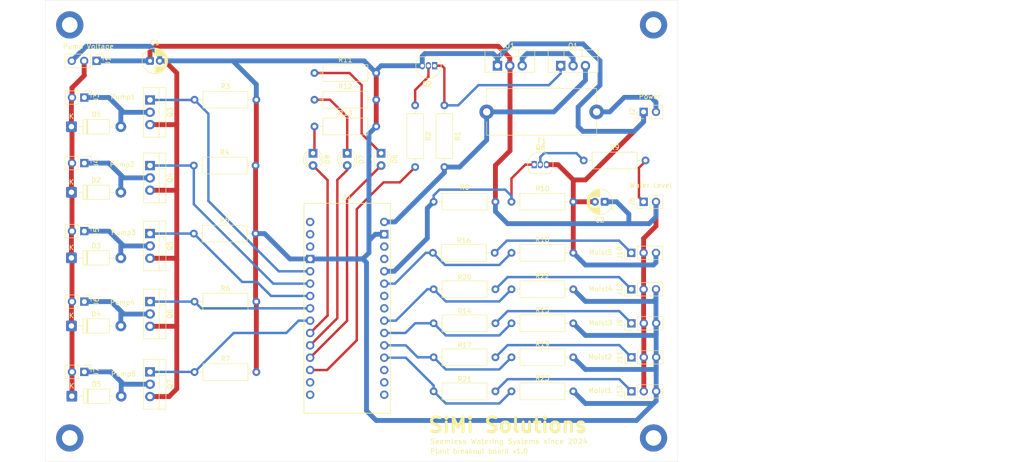
<source format=kicad_pcb>
(kicad_pcb (version 20241229) (generator "pcbnew") (generator_version "9.0")
  (layers (0 "F.Cu" signal) (2 "B.Cu" signal) (13 "F.Paste" user) (15 "B.Paste" user) (5 "F.SilkS" user "F.Silkscreen") (7 "B.SilkS" user "B.Silkscreen") (1 "F.Mask" user) (3 "B.Mask" user) (25 "Edge.Cuts" user))
  (net 0 "")
  (net 1 "Net-(J10-Pin_1)")
  (net 3 "VIN")
  (net 5 "Net-(D8-A)")
  (net 6 "Net-(D7-A)")
  (net 10 "Net-(J11-Pin_1)")
  (net 11 "5V_ENABLE")
  (net 12 "Net-(D6-A)")
  (net 16 "Net-(Q6-G)")
  (net 18 "Net-(J12-Pin_1)")
  (net 20 "Net-(Q4-G)")
  (net 21 "Net-(Q5-G)")
  (net 22 "Net-(Q7-G)")
  (net 25 "+5V")
  (net 26 "GND")
  (net 27 "Net-(D1-A)")
  (net 28 "VIN_BATT")
  (net 29 "Net-(J13-Pin_1)")
  (net 30 "+Motor DC")
  (net 31 "Net-(D2-A)")
  (net 32 "Net-(D3-A)")
  (net 33 "Net-(D4-A)")
  (net 34 "Net-(D5-A)")
  (net 35 "Net-(D6-K)")
  (net 36 "Net-(D7-K)")
  (net 37 "Net-(D8-K)")
  (net 38 "Net-(Q2-B)")
  (net 39 "Net-(Q8-C)")
  (net 40 "Net-(J9-Pin_1)")
  (net 41 "Net-(Q3-G)")
  (net 42 "Net-(J8-Pin_1)")
  (net 43 "Net-(Q1-G)")
  (net 44 "Net-(Q1-D)")
  (net 45 "Net-(Q8-B)")
  (net 46 "Net-(A1-PadA6)")
  (net 47 "Net-(A1-PadA0)")
  (net 48 "Net-(A1-PadA3)")
  (net 49 "Net-(A1-PadA2)")
  (net 50 "Net-(A1-PadA1)")
  (footprint "Package_TO_SOT_THT:TO-220-3_Vertical" (layer "F.Cu") (at 82 93.04 -90)
    (property "Reference" "Q6")
    (property "Value" "IRLB8721PBF")
  )
  (footprint "Resistor_THT:R_Axial_DIN0309_L9.0mm_D3.2mm_P12.70mm_Horizontal" (layer "F.Cu") (at 152.85 83 180)
    (property "Reference" "R16")
    (property "Value" "220k")
  )
  (footprint "Diode_THT:D_DO-41_SOD81_P10.16mm_Horizontal" (layer "F.Cu") (at 65.84 70.54)
    (property "Reference" "D2")
    (property "Value" "1N4001")
  )
  (footprint "Resistor_THT:R_Axial_DIN0309_L9.0mm_D3.2mm_P12.70mm_Horizontal" (layer "F.Cu") (at 156.3 104.5)
    (property "Reference" "R19")
    (property "Value" "330k")
  )
  (footprint "Package_TO_SOT_THT:TO-220-3_Vertical" (layer "F.Cu") (at 153.42 44.5)
    (property "Reference" "U1")
    (property "Value" "LD1085V50")
  )
  (footprint "Package_TO_SOT_THT:TO-92_Inline" (layer "F.Cu") (at 140.5 44.5 180)
    (property "Reference" "Q2")
    (property "Value" "BC547")
  )
  (footprint "Package_TO_SOT_THT:TO-220-3_Vertical" (layer "F.Cu") (at 82 51.54 -90)
    (property "Reference" "Q3")
    (property "Value" "IRLB8721PBF")
  )
  (footprint "Resistor_THT:R_Axial_DIN0309_L9.0mm_D3.2mm_P12.70mm_Horizontal" (layer "F.Cu") (at 153 104.5 180)
    (property "Reference" "R17")
    (property "Value" "220k")
  )
  (footprint "Resistor_THT:R_Axial_DIN0309_L9.0mm_D3.2mm_P12.70mm_Horizontal" (layer "F.Cu") (at 91.15 107.54)
    (property "Reference" "R7")
    (property "Value" "1k")
  )
  (footprint "Resistor_THT:R_Axial_DIN0309_L9.0mm_D3.2mm_P12.70mm_Horizontal" (layer "F.Cu") (at 136.5 52.65 -90)
    (property "Reference" "R2")
    (property "Value" "3.3k")
  )
  (footprint "Connector_PinHeader_2.54mm:PinHeader_1x03_P2.54mm_Vertical" (layer "F.Cu") (at 71 43.5 -90)
    (property "Reference" "J1")
    (property "Value" "Motor Voltage Select")
  )
  (footprint "Resistor_THT:R_Axial_DIN0309_L9.0mm_D3.2mm_P12.70mm_Horizontal" (layer "F.Cu") (at 156.3 72.5)
    (property "Reference" "R10")
    (property "Value" "330k")
  )
  (footprint "LED_THT:LED_D3.0mm" (layer "F.Cu") (at 115.5 62.5 -90)
    (property "Reference" "D8")
    (property "Value" "LED (Y)")
  )
  (footprint "Capacitor_THT:CP_Radial_D5.0mm_P2.00mm" (layer "F.Cu") (at 175.455113 72.5 180)
    (property "Reference" "C2")
    (property "Value" "10uF")
  )
  (footprint "Resistor_THT:R_Axial_DIN0309_L9.0mm_D3.2mm_P12.70mm_Horizontal" (layer "F.Cu") (at 156.3 111.5)
    (property "Reference" "R23")
    (property "Value" "330k")
  )
  (footprint "Resistor_THT:R_Axial_DIN0309_L9.0mm_D3.2mm_P12.70mm_Horizontal" (layer "F.Cu") (at 156.3 97.5)
    (property "Reference" "R15")
    (property "Value" "330k")
  )
  (footprint "Resistor_THT:R_Axial_DIN0309_L9.0mm_D3.2mm_P12.70mm_Horizontal" (layer "F.Cu") (at 156.3 90.5)
    (property "Reference" "R22")
    (property "Value" "330k")
  )
  (footprint "MountingHole:MountingHole_3.2mm_M3_DIN965_Pad" (layer "F.Cu") (at 185.5 36.1)
    (property "Reference" "hole2" (hide yes))
    (property "Value" "MountingHole_3.2mm_M3_DIN965_Pad")
  )
  (footprint "Diode_THT:D_DO-41_SOD81_P10.16mm_Horizontal" (layer "F.Cu") (at 65.84 84.04)
    (property "Reference" "D3")
    (property "Value" "1N4001")
  )
  (footprint "Resistor_THT:R_Axial_DIN0309_L9.0mm_D3.2mm_P12.70mm_Horizontal" (layer "F.Cu") (at 153 90.5 180)
    (property "Reference" "R20")
    (property "Value" "220k")
  )
  (footprint "Connector_PinHeader_2.54mm:PinHeader_1x03_P2.54mm_Vertical" (layer "F.Cu") (at 180.96 111.5 90)
    (property "Reference" "J13")
    (property "Value" "Moisture1")
  )
  (footprint "Package_TO_SOT_THT:TO-92_Inline" (layer "F.Cu") (at 160.96 64.86)
    (property "Reference" "Q8")
    (property "Value" "BC547")
  )
  (footprint "LED_THT:LED_D3.0mm" (layer "F.Cu") (at 129.5 62.5 -90)
    (property "Reference" "D6")
    (property "Value" "LED (R)")
  )
  (footprint "Resistor_THT:R_Axial_DIN0309_L9.0mm_D3.2mm_P12.70mm_Horizontal" (layer "F.Cu") (at 91.15 93.04)
    (property "Reference" "R6")
    (property "Value" "1k")
  )
  (footprint "MountingHole:MountingHole_3.2mm_M3_DIN965_Pad" (layer "F.Cu") (at 185.5 121.1)
    (property "Reference" "hole3" (hide yes))
    (property "Value" "MountingHole_3.2mm_M3_DIN965_Pad")
  )
  (footprint "Connector_PinHeader_2.54mm:PinHeader_1x02_P2.54mm_Vertical" (layer "F.Cu") (at 68.5 64.54 -90)
    (property "Reference" "J4")
    (property "Value" "Motor2")
  )
  (footprint "Resistor_THT:R_Axial_DIN0309_L9.0mm_D3.2mm_P12.70mm_Horizontal" (layer "F.Cu") (at 153 111.5 180)
    (property "Reference" "R21")
    (property "Value" "220k")
  )
  (footprint "Package_TO_SOT_THT:TO-220-3_Vertical" (layer "F.Cu") (at 82 65.04 -90)
    (property "Reference" "Q4")
    (property "Value" "IRLB8721PBF")
  )
  (footprint "Connector_PinHeader_2.54mm:PinHeader_1x03_P2.54mm_Vertical" (layer "F.Cu") (at 180.92 83 90)
    (property "Reference" "J10")
    (property "Value" "Moisture5")
  )
  (footprint "Resistor_THT:R_Axial_DIN0309_L9.0mm_D3.2mm_P12.70mm_Horizontal" (layer "F.Cu") (at 171.15 64)
    (property "Reference" "R9")
    (property "Value" "1k")
  )
  (footprint "Package_TO_SOT_THT:TO-220-3_Vertical" (layer "F.Cu") (at 82 79.04 -90)
    (property "Reference" "Q5")
    (property "Value" "IRLB8721PBF")
  )
  (footprint "Resistor_THT:R_Axial_DIN0309_L9.0mm_D3.2mm_P12.70mm_Horizontal" (layer "F.Cu") (at 115.8 51.5)
    (property "Reference" "R12")
    (property "Value" "1k")
  )
  (footprint "Connector_PinHeader_2.54mm:PinHeader_1x03_P2.54mm_Vertical" (layer "F.Cu") (at 180.96 97.5 90)
    (property "Reference" "J9")
    (property "Value" "Moisture3")
  )
  (footprint "Resistor_THT:R_Axial_DIN0309_L9.0mm_D3.2mm_P12.70mm_Horizontal" (layer "F.Cu") (at 156.3 83)
    (property "Reference" "R18")
    (property "Value" "330k")
  )
  (footprint "Connector_PinHeader_2.54mm:PinHeader_1x03_P2.54mm_Vertical" (layer "F.Cu") (at 180.96 104.5 90)
    (property "Reference" "J11")
    (property "Value" "Moisture2")
  )
  (footprint "MountingHole:MountingHole_3.2mm_M3_DIN965_Pad" (layer "F.Cu") (at 65.5 36.1)
    (property "Reference" "hole1" (hide yes))
    (property "Value" "MountingHole_3.2mm_M3_DIN965_Pad")
  )
  (footprint "Connector_PinHeader_2.54mm:PinHeader_1x02_P2.54mm_Vertical" (layer "F.Cu") (at 68.5 78.54 -90)
    (property "Reference" "J5")
    (property "Value" "Motor3")
  )
  (footprint "Resistor_THT:R_Axial_DIN0309_L9.0mm_D3.2mm_P12.70mm_Horizontal" (layer "F.Cu") (at 153 72.5 180)
    (property "Reference" "R8")
    (property "Value" "220k")
  )
  (footprint "Package_TO_SOT_THT:TO-220-3_Vertical" (layer "F.Cu") (at 82 107.5 -90)
    (property "Reference" "Q7")
    (property "Value" "IRLB8721PBF")
  )
  (footprint "Resistor_THT:R_Axial_DIN0309_L9.0mm_D3.2mm_P12.70mm_Horizontal" (layer "F.Cu") (at 115.8 57)
    (property "Reference" "R13")
    (property "Value" "1k")
  )
  (footprint "PCM_arduino-library:Arduino_Nano_Every_Socket" (layer "F.Cu") (at 122.53 116.01)
    (property "Reference" "A1")
    (property "Value" "Arduino_Nano_33_BLE_R2_Socket")
  )
  (footprint "Connector_PinHeader_2.54mm:PinHeader_1x02_P2.54mm_Vertical" (layer "F.Cu") (at 68.5 93.04 -90)
    (property "Reference" "J6")
    (property "Value" "Motor4")
  )
  (footprint "Resistor_THT:R_Axial_DIN0309_L9.0mm_D3.2mm_P12.70mm_Horizontal" (layer "F.Cu") (at 115.8 46)
    (property "Reference" "R11")
    (property "Value" "1k")
  )
  (footprint "Connector_PinHeader_2.54mm:PinHeader_1x02_P2.54mm_Vertical" (layer "F.Cu") (at 68.5 51.04 -90)
    (property "Reference" "J3")
    (property "Value" "Motor1")
  )
  (footprint "Diode_THT:D_DO-41_SOD81_P10.16mm_Horizontal" (layer "F.Cu") (at 65.84 98.04)
    (property "Reference" "D4")
    (property "Value" "1N4001")
  )
  (footprint "LED_THT:LED_D3.0mm" (layer "F.Cu") (at 122.53 62.5 -90)
    (property "Reference" "D7")
    (property "Value" "LED (G)")
  )
  (footprint "Fuse:Fuseholder_Cylinder-5x20mm_Stelvio-Kontek_PTF78_Horizontal_Open" (layer "F.Cu") (at 173.8 54 180)
    (property "Reference" "F1")
    (property "Value" "Fuse")
  )
  (footprint "Connector_PinHeader_2.54mm:PinHeader_1x02_P2.54mm_Vertical" (layer "F.Cu") (at 183.46 54 90)
    (property "Reference" "J2")
    (property "Value" "BatteryInput")
  )
  (footprint "Resistor_THT:R_Axial_DIN0309_L9.0mm_D3.2mm_P12.70mm_Horizontal" (layer "F.Cu") (at 153 97.5 180)
    (property "Reference" "R14")
    (property "Value" "220k")
  )
  (footprint "Resistor_THT:R_Axial_DIN0309_L9.0mm_D3.2mm_P12.70mm_Horizontal" (layer "F.Cu") (at 142.5 52.65 -90)
    (property "Reference" "R1")
    (property "Value" "10k")
  )
  (footprint "Diode_THT:D_DO-41_SOD81_P10.16mm_Horizontal" (layer "F.Cu") (at 65.92 112.5)
    (property "Reference" "D5")
    (property "Value" "1N4001")
  )
  (footprint "Diode_THT:D_DO-41_SOD81_P10.16mm_Horizontal" (layer "F.Cu") (at 65.84 57.04)
    (property "Reference" "D1")
    (property "Value" "1N4001")
  )
  (footprint "Connector_PinHeader_2.54mm:PinHeader_1x03_P2.54mm_Vertical" (layer "F.Cu") (at 180.92 90.5 90)
    (property "Reference" "J12")
    (property "Value" "Moisture4")
  )
  (footprint "Resistor_THT:R_Axial_DIN0309_L9.0mm_D3.2mm_P12.70mm_Horizontal" (layer "F.Cu") (at 91 79.04)
    (property "Reference" "R5")
    (property "Value" "1k")
  )
  (footprint "Connector_PinHeader_2.54mm:PinHeader_1x02_P2.54mm_Vertical" (layer "F.Cu") (at 68.5 107.5 -90)
    (property "Reference" "J7")
    (property "Value" "Motor5")
  )
  (footprint "Package_TO_SOT_THT:TO-220-3_Vertical" (layer "F.Cu") (at 166.42 44.5)
    (property "Reference" "Q1")
    (property "Value" "IRF9540N")
  )
  (footprint "Connector_PinHeader_2.54mm:PinHeader_1x02_P2.54mm_Vertical" (layer "F.Cu") (at 183.46 72.5 90)
    (property "Reference" "J8")
    (property "Value" "Level Sensor")
  )
  (footprint "Resistor_THT:R_Axial_DIN0309_L9.0mm_D3.2mm_P12.70mm_Horizontal" (layer "F.Cu") (at 91.15 51.5)
    (property "Reference" "R3")
    (property "Value" "1k")
  )
  (footprint "MountingHole:MountingHole_3.2mm_M3_DIN965_Pad" (layer "F.Cu") (at 65.5 121.1)
    (property "Reference" "hole4" (hide yes))
    (property "Value" "MountingHole_3.2mm_M3_DIN965_Pad")
  )
  (footprint "Capacitor_THT:CP_Radial_D5.0mm_P2.00mm" (layer "F.Cu") (at 82 43.5)
    (property "Reference" "C1")
    (property "Value" "10uF")
  )
  (footprint "Resistor_THT:R_Axial_DIN0309_L9.0mm_D3.2mm_P12.70mm_Horizontal" (layer "F.Cu") (at 91 65.04)
    (property "Reference" "R4")
    (property "Value" "1k")
  )
  (gr_rect (start 60.5 31) (end 190.5 126) (stroke (width 0.05)) (fill no) (layer "Edge.Cuts"))
  (gr_text "Moist3" (at 172.1 98 0) (layer "F.SilkS") (effects (font (size 1 1)) (justify left bottom)))
  (gr_text "Moist1" (at 172 111.9 0) (layer "F.SilkS") (effects (font (size 1 1)) (justify left bottom)))
  (gr_text "Moist4" (at 172.1 91 0) (layer "F.SilkS") (effects (font (size 1 1)) (justify left bottom)))
  (gr_text "Pump Voltage" (at 64 41.1 0) (layer "F.SilkS") (effects (font (size 1 1)) (justify left bottom)))
  (gr_text "Water Level" (at 180.5 69.7 0) (layer "F.SilkS") (effects (font (size 1 1)) (justify left bottom)))
  (gr_text "Moist2" (at 172 105 0) (layer "F.SilkS") (effects (font (size 1 1)) (justify left bottom)))
  (gr_text "Plant breakout board v1.0" (at 139.5 124.4 0) (layer "F.SilkS") (effects (font (size 1 1)) (justify left bottom)))
  (gr_text "Seemless Watering Systems since 2024" (at 139.5 122.4 0) (layer "F.SilkS") (effects (font (size 1 1.07)) (justify left bottom)))
  (gr_text "SiMi Solutions" (at 138.9 120.2 0) (layer "F.SilkS") (effects (font (size 3 3.02) (thickness 0.6) (bold yes)) (justify left bottom)))
  (gr_text "Moist5" (at 172.1 83.5 0) (layer "F.SilkS") (effects (font (size 1 1)) (justify left bottom)))
  (gr_text "Power" (at 182.4 51.4 0) (layer "F.SilkS") (effects (font (size 1 1)) (justify left bottom)))
  (gr_text "Pump2" (at 73.64 65.4 0) (layer "F.SilkS") (effects (font (size 1 1)) (justify left bottom)))
  (gr_text "Pump5" (at 73.9 108.5 0) (layer "F.SilkS") (effects (font (size 1 1)) (justify left bottom)))
  (gr_text "Pump3" (at 73.9 79.4 0) (layer "F.SilkS") (effects (font (size 1 1)) (justify left bottom)))
  (gr_text "Pump4" (at 73.7 93.8 0) (layer "F.SilkS") (effects (font (size 1 1)) (justify left bottom)))
  (gr_text "Pump1" (at 73.8 51.5 0) (layer "F.SilkS") (effects (font (size 1 1)) (justify left bottom)))
  (segment (start 178.42 80.5) (end 155.35 80.5) (width 0.5) (layer "B.Cu") (net 1))
  (segment (start 180.92 83) (end 181 83) (width 0.5) (layer "B.Cu") (net 1))
  (segment (start 155.35 80.5) (end 152.85 83) (width 0.5) (layer "B.Cu") (net 1))
  (segment (start 180.92 83) (end 178.42 80.5) (width 0.5) (layer "B.Cu") (net 1))
  (segment (start 165 54) (end 171.5 47.5) (width 1) (layer "B.Cu") (net 3))
  (segment (start 132.36 76.64) (end 142.5 66.5) (width 1) (layer "B.Cu") (net 3))
  (segment (start 142.5 66.5) (end 142.5 65.35) (width 1) (layer "B.Cu") (net 3))
  (segment (start 151.2 54) (end 151.2 59.8) (width 1) (layer "B.Cu") (net 3))
  (segment (start 130.15 76.64) (end 132.36 76.64) (width 1) (layer "B.Cu") (net 3))
  (segment (start 171.5 47.5) (end 171.5 44.5) (width 1) (layer "B.Cu") (net 3))
  (segment (start 145.65 65.35) (end 142.5 65.35) (width 1) (layer "B.Cu") (net 3))
  (segment (start 151.2 54) (end 165 54) (width 1) (layer "B.Cu") (net 3))
  (segment (start 151.2 59.8) (end 145.65 65.35) (width 1) (layer "B.Cu") (net 3))
  (segment (start 115.5 65.04) (end 118.5 68.04) (width 0.5) (layer "F.Cu") (net 5))
  (segment (start 118.5 68.04) (end 118.5 95.91) (width 0.5) (layer "F.Cu") (net 5))
  (segment (start 118.5 95.91) (end 114.91 99.5) (width 0.5) (layer "F.Cu") (net 5))
  (segment (start 122.53 65.04) (end 122.53 65.97) (width 0.5) (layer "F.Cu") (net 6))
  (segment (start 120.5 68) (end 120.5 96.45) (width 0.5) (layer "F.Cu") (net 6))
  (segment (start 120.5 96.45) (end 114.91 102.04) (width 0.5) (layer "F.Cu") (net 6))
  (segment (start 122.53 65.97) (end 120.5 68) (width 0.5) (layer "F.Cu") (net 6))
  (segment (start 155.5 102) (end 153 104.5) (width 0.5) (layer "B.Cu") (net 10))
  (segment (start 178.46 102) (end 155.5 102) (width 0.5) (layer "B.Cu") (net 10))
  (segment (start 180.96 104.5) (end 178.46 102) (width 0.5) (layer "B.Cu") (net 10))
  (segment (start 133.35 68.5) (end 130 68.5) (width 0.5) (layer "F.Cu") (net 11))
  (segment (start 124.5 101) (end 118.38 107.12) (width 0.5) (layer "F.Cu") (net 11))
  (segment (start 124.5 74) (end 124.5 101) (width 0.5) (layer "F.Cu") (net 11))
  (segment (start 130 68.5) (end 124.5 74) (width 0.5) (layer "F.Cu") (net 11))
  (segment (start 136.5 65.35) (end 133.35 68.5) (width 0.5) (layer "F.Cu") (net 11))
  (segment (start 118.38 107.12) (end 114.91 107.12) (width 0.5) (layer "F.Cu") (net 11))
  (segment (start 114.79 107) (end 114.91 107.12) (width 1) (layer "B.Cu") (net 11))
  (segment (start 129.5 65.04) (end 122.5 72.04) (width 0.5) (layer "F.Cu") (net 12))
  (segment (start 122.5 96.99) (end 114.91 104.58) (width 0.5) (layer "F.Cu") (net 12))
  (segment (start 122.5 72.04) (end 122.5 96.99) (width 0.5) (layer "F.Cu") (net 12))
  (segment (start 91.15 93.04) (end 92.53 94.42) (width 0.5) (layer "B.Cu") (net 16))
  (segment (start 82 93.04) (end 91.15 93.04) (width 0.5) (layer "B.Cu") (net 16))
  (segment (start 92.53 94.42) (end 114.91 94.42) (width 0.5) (layer "B.Cu") (net 16))
  (segment (start 82 93.04) (end 82 93.5) (width 0.5) (layer "B.Cu") (net 16))
  (segment (start 155.5 88) (end 153 90.5) (width 0.5) (layer "B.Cu") (net 18))
  (segment (start 180.92 90.5) (end 178.42 88) (width 0.5) (layer "B.Cu") (net 18))
  (segment (start 178.42 88) (end 155.5 88) (width 0.5) (layer "B.Cu") (net 18))
  (segment (start 91 73) (end 107.34 89.34) (width 0.5) (layer "B.Cu") (net 20))
  (segment (start 91 65.04) (end 91 73) (width 0.5) (layer "B.Cu") (net 20))
  (segment (start 82 65.04) (end 91 65.04) (width 0.5) (layer "B.Cu") (net 20))
  (segment (start 107.34 89.34) (end 114.91 89.34) (width 0.5) (layer "B.Cu") (net 20))
  (segment (start 106.88 91.88) (end 114.91 91.88) (width 0.5) (layer "B.Cu") (net 21))
  (segment (start 91 79.04) (end 100.96 89) (width 0.5) (layer "B.Cu") (net 21))
  (segment (start 100.96 89) (end 104 89) (width 0.5) (layer "B.Cu") (net 21))
  (segment (start 104 89) (end 106.88 91.88) (width 0.5) (layer "B.Cu") (net 21))
  (segment (start 82.54 79.04) (end 91 79.04) (width 0.5) (layer "B.Cu") (net 21))
  (segment (start 82.5 79) (end 82.54 79.04) (width 0.5) (layer "B.Cu") (net 21))
  (segment (start 82.46 79.04) (end 82.5 79) (width 0.5) (layer "B.Cu") (net 21))
  (segment (start 82 79.04) (end 82.46 79.04) (width 0.5) (layer "B.Cu") (net 21))
  (segment (start 82 107.5) (end 91.11 107.5) (width 0.5) (layer "B.Cu") (net 22))
  (segment (start 110 99.5) (end 112.54 96.96) (width 0.5) (layer "B.Cu") (net 22))
  (segment (start 91.15 107.54) (end 99.19 99.5) (width 0.5) (layer "B.Cu") (net 22))
  (segment (start 99.19 99.5) (end 110 99.5) (width 0.5) (layer "B.Cu") (net 22))
  (segment (start 91.11 107.5) (end 91.15 107.54) (width 0.5) (layer "B.Cu") (net 22))
  (segment (start 112.54 96.96) (end 114.91 96.96) (width 0.5) (layer "B.Cu") (net 22))
  (segment (start 155.96 42.881098) (end 155.96 44.5) (width 1) (layer "F.Cu") (net 25))
  (segment (start 82 43.5) (end 82 41.5) (width 1) (layer "F.Cu") (net 25))
  (segment (start 155.96 44.5) (end 156 44.5) (width 1) (layer "F.Cu") (net 25))
  (segment (start 153 65) (end 153 72.5) (width 1) (layer "F.Cu") (net 25))
  (segment (start 83 40.5) (end 153.578902 40.5) (width 1) (layer "F.Cu") (net 25))
  (segment (start 183.5 97.5) (end 183.5 104.5) (width 1) (layer "F.Cu") (net 25))
  (segment (start 183.46 83) (end 183.46 80.04) (width 1) (layer "F.Cu") (net 25))
  (segment (start 82 41.5) (end 83 40.5) (width 1) (layer "F.Cu") (net 25))
  (segment (start 183.46 90.5) (end 183.46 97.46) (width 1) (layer "F.Cu") (net 25))
  (segment (start 183.46 90.5) (end 183.46 83) (width 1) (layer "F.Cu") (net 25))
  (segment (start 153.578902 40.5) (end 155.96 42.881098) (width 1) (layer "F.Cu") (net 25))
  (segment (start 183.5 111.5) (end 183.5 104.5) (width 1) (layer "F.Cu") (net 25))
  (segment (start 156 62) (end 153 65) (width 1) (layer "F.Cu") (net 25))
  (segment (start 186 77.5) (end 186 72.5) (width 1) (layer "F.Cu") (net 25))
  (segment (start 156 44.5) (end 156 62) (width 1) (layer "F.Cu") (net 25))
  (segment (start 183.46 97.46) (end 183.5 97.5) (width 1) (layer "F.Cu") (net 25))
  (segment (start 183.46 80.04) (end 186 77.5) (width 1) (layer "F.Cu") (net 25))
  (segment (start 180.42 77) (end 184.6 77) (width 1) (layer "B.Cu") (net 25))
  (segment (start 71 43.5) (end 82 43.5) (width 1) (layer "B.Cu") (net 25))
  (segment (start 155.5 77) (end 180.42 77) (width 1) (layer "B.Cu") (net 25))
  (segment (start 175.455113 72.5) (end 177.9 72.5) (width 1) (layer "B.Cu") (net 25))
  (segment (start 184.6 77) (end 186 75.6) (width 1) (layer "B.Cu") (net 25))
  (segment (start 153 72.5) (end 153 74.5) (width 1) (layer "B.Cu") (net 25))
  (segment (start 153 74.5) (end 155.5 77) (width 1) (layer "B.Cu") (net 25))
  (segment (start 186 75.6) (end 186 72.5) (width 1) (layer "B.Cu") (net 25))
  (segment (start 180.42 75.02) (end 180.42 77) (width 1) (layer "B.Cu") (net 25))
  (segment (start 177.9 72.5) (end 180.42 75.02) (width 1) (layer "B.Cu") (net 25))
  (segment (start 186 97.46) (end 186.04 97.5) (width 1) (layer "F.Cu") (net 26))
  (segment (start 85.92 112.58) (end 87.5 111) (width 1) (layer "F.Cu") (net 26))
  (segment (start 103.85 64.89) (end 103.7 65.04) (width 1) (layer "F.Cu") (net 26))
  (segment (start 103.85 51.54) (end 103.85 64.89) (width 1) (layer "F.Cu") (net 26))
  (segment (start 103.85 93.04) (end 103.85 107.54) (width 1) (layer "F.Cu") (net 26))
  (segment (start 87.38 98.12) (end 87.5 98) (width 1) (layer "F.Cu") (net 26))
  (segment (start 163.5 64.86) (end 165.86 64.86) (width 1) (layer "F.Cu") (net 26))
  (segment (start 82 112.58) (end 85.92 112.58) (width 1) (layer "F.Cu") (net 26))
  (segment (start 171.5 68) (end 183.46 56.04) (width 1) (layer "F.Cu") (net 26))
  (segment (start 169 68) (end 169 72.5) (width 1) (layer "F.Cu") (net 26))
  (segment (start 87.38 70.12) (end 87.5 70) (width 1) (layer "F.Cu") (net 26))
  (segment (start 103.7 92.89) (end 103.85 93.04) (width 1) (layer "F.Cu") (net 26))
  (segment (start 87.5 46) (end 85 43.5) (width 1) (layer "F.Cu") (net 26))
  (segment (start 87.5 56.5) (end 87.5 46) (width 1) (layer "F.Cu") (net 26))
  (segment (start 128.5 51.5) (end 128.5 57) (width 1) (layer "F.Cu") (net 26))
  (segment (start 169 72.5) (end 173.455113 72.5) (width 1) (layer "F.Cu") (net 26))
  (segment (start 82.38 98.12) (end 82.5 98) (width 1) (layer "F.Cu") (net 26))
  (segment (start 82 84.12) (end 87.12 84.12) (width 1) (layer "F.Cu") (net 26))
  (segment (start 103.7 79.04) (end 103.7 92.89) (width 1) (layer "F.Cu") (net 26))
  (segment (start 87.38 56.62) (end 87.5 56.5) (width 1) (layer "F.Cu") (net 26))
  (segment (start 87.5 84.5) (end 87.5 70) (width 1) (layer "F.Cu") (net 26))
  (segment (start 87.5 70) (end 87.5 56.5) (width 1) (layer "F.Cu") (net 26))
  (segment (start 82 98.12) (end 87.38 98.12) (width 1) (layer "F.Cu") (net 26))
  (segment (start 103.7 65.04) (end 103.7 79.04) (width 1) (layer "F.Cu") (net 26))
  (segment (start 169 68) (end 171.5 68) (width 1) (layer "F.Cu") (net 26))
  (segment (start 128.5 46) (end 128.5 51.5) (width 1) (layer "F.Cu") (net 26))
  (segment (start 82 70.12) (end 87.38 70.12) (width 1) (layer "F.Cu") (net 26))
  (segment (start 169 83) (end 169 72.5) (width 1) (layer "F.Cu") (net 26))
  (segment (start 87.5 111) (end 87.5 98) (width 1) (layer "F.Cu") (net 26))
  (segment (start 87.12 84.12) (end 87.5 84.5) (width 1) (layer "F.Cu") (net 26))
  (segment (start 82 98.12) (end 82.38 98.12) (width 1) (layer "F.Cu") (net 26))
  (segment (start 82 56.62) (end 87.38 56.62) (width 1) (layer "F.Cu") (net 26))
  (segment (start 87.5 98) (end 87.5 84.5) (width 1) (layer "F.Cu") (net 26))
  (segment (start 165.86 64.86) (end 169 68) (width 1) (layer "F.Cu") (net 26))
  (segment (start 183.46 56.04) (end 183.46 54) (width 1) (layer "F.Cu") (net 26))
  (segment (start 126.5 115.5) (end 128.5 117.5) (width 1) (layer "B.Cu") (net 26))
  (segment (start 186 97.46) (end 186.04 97.5) (width 1) (layer "B.Cu") (net 26))
  (segment (start 171.5 107) (end 169 104.5) (width 1) (layer "B.Cu") (net 26))
  (segment (start 84 42.36863) (end 84 43.5) (width 1) (layer "B.Cu") (net 26))
  (segment (start 84 43.5) (end 99 43.5) (width 1) (layer "B.Cu") (net 26))
  (segment (start 137.96 42.54) (end 137.96 44.5) (width 1) (layer "B.Cu") (net 26))
  (segment (start 153.42 44.5) (end 153.42 42.92) (width 1) (layer "B.Cu") (net 26))
  (segment (start 82.13137 40.5) (end 84 42.36863) (width 1) (layer "B.Cu") (net 26))
  (segment (start 186 85) (end 185.5 85.5) (width 1) (layer "B.Cu") (net 26))
  (segment (start 128.5 45.5) (end 128.5 46) (width 1) (layer "B.Cu") (net 26))
  (segment (start 174.5 48.5) (end 174.5 43.5) (width 1) (layer "B.Cu") (net 26))
  (segment (start 127 58.5) (end 127 80.5) (width 1) (layer "B.Cu") (net 26))
  (segment (start 127 83) (end 127 80.5) (width 1) (layer "B.Cu") (net 26))
  (segment (start 122.74 84.26) (end 114.91 84.26) (width 1) (layer "B.Cu") (net 26))
  (segment (start 125.74 84.26) (end 127 83) (width 1) (layer "B.Cu") (net 26))
  (segment (start 128.5 117.5) (end 182 117.5) (width 1) (layer "B.Cu") (net 26))
  (segment (start 130.15 79.15) (end 130 79) (width 1) (layer "B.Cu") (net 26))
  (segment (start 128.5 57) (end 127 58.5) (width 1) (layer "B.Cu") (net 26))
  (segment (start 99 43.5) (end 103.85 48.35) (width 1) (layer "B.Cu") (net 26))
  (segment (start 170 57) (end 170 53) (width 1) (layer "B.Cu") (net 26))
  (segment (start 186 90.5) (end 186 92.5) (width 1) (layer "B.Cu") (net 26))
  (segment (start 186.04 100) (end 171.5 100) (width 1) (layer "B.Cu") (net 26))
  (segment (start 186.04 97.5) (end 186.04 104.5) (width 1) (layer "B.Cu") (net 26))
  (segment (start 126 43.5) (end 99 43.5) (width 1) (layer "B.Cu") (net 26))
  (segment (start 186 92.5) (end 185.5 93) (width 1) (layer "B.Cu") (net 26))
  (segment (start 171.5 100) (end 169 97.5) (width 1) (layer "B.Cu") (net 26))
  (segment (start 125.76 84.26) (end 126.5 85) (width 1) (layer "B.Cu") (net 26))
  (segment (start 170 53) (end 174.5 48.5) (width 1) (layer "B.Cu") (net 26))
  (segment (start 156.34 40) (end 153.42 42.92) (width 1) (layer "B.Cu") (net 26))
  (segment (start 186.04 113.46) (end 185.5 114) (width 1) (layer "B.Cu") (net 26))
  (segment (start 185.5 85.5) (end 171.5 85.5) (width 1) (layer "B.Cu") (net 26))
  (segment (start 126.5 85) (end 126.5 115.5) (width 1) (layer "B.Cu") (net 26))
  (segment (start 186.04 104.5) (end 186.04 111.5) (width 1) (layer "B.Cu") (net 26))
  (segment (start 182 117.5) (end 186.04 113.46) (width 1) (layer "B.Cu") (net 26))
  (segment (start 138.5 42) (end 137.96 42.54) (width 1) (layer "B.Cu") (net 26))
  (segment (start 122.74 84.26) (end 125.76 84.26) (width 1) (layer "B.Cu") (net 26))
  (segment (start 110.76 84.26) (end 105.54 79.04) (width 1) (layer "B.Cu") (net 26))
  (segment (start 186.04 107) (end 171.5 107) (width 1) (layer "B.Cu") (net 26))
  (segment (start 171 40) (end 156.34 40) (width 1) (layer "B.Cu") (net 26))
  (segment (start 68.92 40.5) (end 82.13137 40.5) (width 1) (layer "B.Cu") (net 26))
  (segment (start 122.74 84.26) (end 125.74 84.26) (width 1) (layer "B.Cu") (net 26))
  (segment (start 186 90.5) (end 186 97.46) (width 1) (layer "B.Cu") (net 26))
  (segment (start 129.5 44.5) (end 128.5 45.5) (width 1) (layer "B.Cu") (net 26))
  (segment (start 171.5 114) (end 169 111.5) (width 1) (layer "B.Cu") (net 26))
  (segment (start 128.32 79.18) (end 130.15 79.18) (width 1) (layer "B.Cu") (net 26))
  (segment (start 186 83) (end 186 85) (width 1) (layer "B.Cu") (net 26))
  (segment (start 152.5 42) (end 138.5 42) (width 1) (layer "B.Cu") (net 26))
  (segment (start 127 80.5) (end 128.32 79.18) (width 1) (layer "B.Cu") (net 26))
  (segment (start 186.04 113.46) (end 186.04 111.5) (width 1) (layer "B.Cu") (net 26))
  (segment (start 105.54 79.04) (end 103.7 79.04) (width 1) (layer "B.Cu") (net 26))
  (segment (start 65.92 43.5) (end 68.92 40.5) (width 1) (layer "B.Cu") (net 26))
  (segment (start 183.46 56.04) (end 181.5 58) (width 1) (layer "B.Cu") (net 26))
  (segment (start 114.91 84.26) (end 110.76 84.26) (width 1) (layer "B.Cu") (net 26))
  (segment (start 171.5 93) (end 169 90.5) (width 1) (layer "B.Cu") (net 26))
  (segment (start 186.04 97.5) (end 186.04 100) (width 1) (layer "B.Cu") (net 26))
  (segment (start 186.04 104.5) (end 186.04 107) (width 1) (layer "B.Cu") (net 26))
  (segment (start 185.5 93) (end 171.5 93) (width 1) (layer "B.Cu") (net 26))
  (segment (start 137.96 44.5) (end 129.5 44.5) (width 1) (layer "B.Cu") (net 26))
  (segment (start 153.42 42.92) (end 152.5 42) (width 1) (layer "B.Cu") (net 26))
  (segment (start 183.46 54) (end 183.46 56.04) (width 1) (layer "B.Cu") (net 26))
  (segment (start 181.5 58) (end 171 58) (width 1) (layer "B.Cu") (net 26))
  (segment (start 185.5 114) (end 171.5 114) (width 1) (layer "B.Cu") (net 26))
  (segment (start 171 58) (end 170 57) (width 1) (layer "B.Cu") (net 26))
  (segment (start 130.15 79.18) (end 130.15 79.15) (width 1) (layer "B.Cu") (net 26))
  (segment (start 128.5 46) (end 126 43.5) (width 1) (layer "B.Cu") (net 26))
  (segment (start 103.85 48.35) (end 103.85 51.54) (width 1) (layer "B.Cu") (net 26))
  (segment (start 174.5 43.5) (end 171 40) (width 1) (layer "B.Cu") (net 26))
  (segment (start 171.5 85.5) (end 169 83) (width 1) (layer "B.Cu") (net 26))
  (segment (start 82 54.08) (end 76.58 54.08) (width 1) (layer "B.Cu") (net 27))
  (segment (start 73.54 51.04) (end 76 53.5) (width 1) (layer "B.Cu") (net 27))
  (segment (start 76.58 54.08) (end 73.54 51.04) (width 1) (layer "B.Cu") (net 27))
  (segment (start 76 53.5) (end 76 57.04) (width 1) (layer "B.Cu") (net 27))
  (segment (start 68.5 51.04) (end 73.54 51.04) (width 1) (layer "B.Cu") (net 27))
  (segment (start 186 52) (end 185 51) (width 1) (layer "B.Cu") (net 28))
  (segment (start 186 54) (end 186 52) (width 1) (layer "B.Cu") (net 28))
  (segment (start 176.5 54) (end 173.8 54) (width 1) (layer "B.Cu") (net 28))
  (segment (start 179.5 51) (end 176.5 54) (width 1) (layer "B.Cu") (net 28))
  (segment (start 185 51) (end 179.5 51) (width 1) (layer "B.Cu") (net 28))
  (segment (start 180.96 111.5) (end 178.46 109) (width 0.5) (layer "B.Cu") (net 29))
  (segment (start 178.46 109) (end 155.5 109) (width 0.5) (layer "B.Cu") (net 29))
  (segment (start 155.5 109) (end 153 111.5) (width 0.5) (layer "B.Cu") (net 29))
  (segment (start 65.84 98.04) (end 65.84 93.16) (width 1) (layer "F.Cu") (net 30))
  (segment (start 65.96 78.54) (end 65.96 70.66) (width 1) (layer "F.Cu") (net 30))
  (segment (start 65.96 70.66) (end 65.84 70.54) (width 1) (layer "F.Cu") (net 30))
  (segment (start 65.84 64.66) (end 65.96 64.54) (width 1) (layer "F.Cu") (net 30))
  (segment (start 65.96 49.04) (end 68.5 46.5) (width 1) (layer "F.Cu") (net 30))
  (segment (start 65.96 64.54) (end 65.96 57.16) (width 1) (layer "F.Cu") (net 30))
  (segment (start 65.96 98.16) (end 65.84 98.04) (width 1) (layer "F.Cu") (net 30))
  (segment (start 65.96 107.5) (end 65.96 98.16) (width 1) (layer "F.Cu") (net 30))
  (segment (start 65.92 112.5) (end 66 112.5) (width 1) (layer "F.Cu") (net 30))
  (segment (start 65.84 93.16) (end 65.96 93.04) (width 1) (layer "F.Cu") (net 30))
  (segment (start 65.96 51.04) (end 65.96 49.04) (width 1) (layer "F.Cu") (net 30))
  (segment (start 68.46 46.46) (end 68.46 43.5) (width 1) (layer "F.Cu") (net 30))
  (segment (start 65.84 57.04) (end 65.84 51.16) (width 1) (layer "F.Cu") (net 30))
  (segment (start 65.96 112.46) (end 65.96 107.5) (width 1) (layer "F.Cu") (net 30))
  (segment (start 68.5 46.5) (end 68.46 46.46) (width 1) (layer "F.Cu") (net 30))
  (segment (start 65.84 51.16) (end 65.96 51.04) (width 1) (layer "F.Cu") (net 30))
  (segment (start 66 112.5) (end 65.96 112.46) (width 1) (layer "F.Cu") (net 30))
  (segment (start 65.96 93.04) (end 65.96 84.16) (width 1) (layer "F.Cu") (net 30))
  (segment (start 65.96 84.16) (end 65.84 84.04) (width 1) (layer "F.Cu") (net 30))
  (segment (start 65.84 78.66) (end 65.96 78.54) (width 1) (layer "F.Cu") (net 30))
  (segment (start 65.84 84.04) (end 65.84 78.66) (width 1) (layer "F.Cu") (net 30))
  (segment (start 65.96 57.16) (end 65.84 57.04) (width 1) (layer "F.Cu") (net 30))
  (segment (start 65.84 70.54) (end 65.84 64.66) (width 1) (layer "F.Cu") (net 30))
  (segment (start 76.58 67.58) (end 73.54 64.54) (width 1) (layer "B.Cu") (net 31))
  (segment (start 73.54 64.54) (end 74.25 65.25) (width 1) (layer "B.Cu") (net 31))
  (segment (start 82 67.58) (end 76.58 67.58) (width 1) (layer "B.Cu") (net 31))
  (segment (start 76 67) (end 76 70.54) (width 1) (layer "B.Cu") (net 31))
  (segment (start 74.25 65.25) (end 76 67) (width 1) (layer "B.Cu") (net 31))
  (segment (start 68.5 64.54) (end 73.54 64.54) (width 1) (layer "B.Cu") (net 31))
  (segment (start 76.58 81.58) (end 73.54 78.54) (width 1) (layer "B.Cu") (net 32))
  (segment (start 76 81) (end 76 84.04) (width 1) (layer "B.Cu") (net 32))
  (segment (start 76 84) (end 76.04 84.04) (width 1) (layer "B.Cu") (net 32))
  (segment (start 82 81.58) (end 76.58 81.58) (width 1) (layer "B.Cu") (net 32))
  (segment (start 68.5 78.54) (end 73.54 78.54) (width 1) (layer "B.Cu") (net 32))
  (segment (start 76 84.04) (end 76 84) (width 1) (layer "B.Cu") (net 32))
  (segment (start 81.98 95.6) (end 76.6 95.6) (width 1) (layer "B.Cu") (net 33))
  (segment (start 68.5 93.04) (end 74.04 93.04) (width 1) (layer "B.Cu") (net 33))
  (segment (start 76 95) (end 76 98.04) (width 1) (layer "B.Cu") (net 33))
  (segment (start 74.04 93.04) (end 76 95) (width 1) (layer "B.Cu") (net 33))
  (segment (start 82 95.58) (end 81.98 95.6) (width 1) (layer "B.Cu") (net 33))
  (segment (start 76.6 95.6) (end 74.04 93.04) (width 1) (layer "B.Cu") (net 33))
  (segment (start 68.5 107.5) (end 74 107.5) (width 1) (layer "B.Cu") (net 34))
  (segment (start 76.54 110.04) (end 74 107.5) (width 1) (layer "B.Cu") (net 34))
  (segment (start 74 107.5) (end 76.08 109.58) (width 1) (layer "B.Cu") (net 34))
  (segment (start 82 110.04) (end 76.54 110.04) (width 1) (layer "B.Cu") (net 34))
  (segment (start 76.08 109.58) (end 76.08 112.5) (width 1) (layer "B.Cu") (net 34))
  (segment (start 115.8 46) (end 123 46) (width 0.5) (layer "F.Cu") (net 35))
  (segment (start 123 46) (end 125.5 48.5) (width 0.5) (layer "F.Cu") (net 35))
  (segment (start 125.5 58.5) (end 129.5 62.5) (width 0.5) (layer "F.Cu") (net 35))
  (segment (start 125.5 48.5) (end 125.5 58.5) (width 0.5) (layer "F.Cu") (net 35))
  (segment (start 122.53 55.03) (end 122.53 62.5) (width 0.5) (layer "F.Cu") (net 36))
  (segment (start 119 51.5) (end 122.53 55.03) (width 0.5) (layer "F.Cu") (net 36))
  (segment (start 115.8 51.5) (end 119 51.5) (width 0.5) (layer "F.Cu") (net 36))
  (segment (start 115.8 57) (end 115.8 62.2) (width 0.5) (layer "F.Cu") (net 37))
  (segment (start 115.8 62.2) (end 115.5 62.5) (width 0.5) (layer "F.Cu") (net 37))
  (segment (start 136.5 49.5) (end 136.5 52.65) (width 0.5) (layer "F.Cu") (net 38))
  (segment (start 139.23 46.77) (end 136.5 49.5) (width 0.5) (layer "F.Cu") (net 38))
  (segment (start 139.23 44.5) (end 139.23 46.77) (width 0.5) (layer "F.Cu") (net 38))
  (segment (start 156.3 72.5) (end 156.3 67.7) (width 0.5) (layer "F.Cu") (net 39))
  (segment (start 159.14 64.86) (end 160.96 64.86) (width 0.5) (layer "F.Cu") (net 39))
  (segment (start 156.3 67.7) (end 159.14 64.86) (width 0.5) (layer "F.Cu") (net 39))
  (segment (start 141.5 70) (end 140.3 71.2) (width 0.5) (layer "B.Cu") (net 39))
  (segment (start 140.3 71.2) (end 140.3 72.5) (width 0.5) (layer "B.Cu") (net 39))
  (segment (start 139 73.8) (end 140.3 72.5) (width 1) (layer "B.Cu") (net 39))
  (segment (start 156.3 71.3) (end 155 70) (width 0.5) (layer "B.Cu") (net 39))
  (segment (start 156.3 72.5) (end 156.3 71.3) (width 0.5) (layer "B.Cu") (net 39))
  (segment (start 132.2 86.8) (end 139 80) (width 1) (layer "B.Cu") (net 39))
  (segment (start 130.15 86.8) (end 132.2 86.8) (width 1) (layer "B.Cu") (net 39))
  (segment (start 155 70) (end 141.5 70) (width 0.5) (layer "B.Cu") (net 39))
  (segment (start 139 80) (end 139 73.8) (width 1) (layer "B.Cu") (net 39))
  (segment (start 178.46 95) (end 155.5 95) (width 0.5) (layer "B.Cu") (net 40))
  (segment (start 180.96 97.5) (end 178.46 95) (width 0.5) (layer "B.Cu") (net 40))
  (segment (start 155.5 95) (end 153 97.5) (width 0.5) (layer "B.Cu") (net 40))
  (segment (start 108.467614 86.8) (end 94 72.332386) (width 0.5) (layer "B.Cu") (net 41))
  (segment (start 94 54.39) (end 91.15 51.54) (width 0.5) (layer "B.Cu") (net 41))
  (segment (start 94 72.332386) (end 94 54.39) (width 0.5) (layer "B.Cu") (net 41))
  (segment (start 82.5 51.5) (end 82.54 51.54) (width 0.5) (layer "B.Cu") (net 41))
  (segment (start 82.46 51.54) (end 82.5 51.5) (width 0.5) (layer "B.Cu") (net 41))
  (segment (start 114.91 86.8) (end 108.467614 86.8) (width 0.5) (layer "B.Cu") (net 41))
  (segment (start 82 51.54) (end 82.46 51.54) (width 0.5) (layer "B.Cu") (net 41))
  (segment (start 82.54 51.54) (end 91.15 51.54) (width 0.5) (layer "B.Cu") (net 41))
  (segment (start 183.85 64) (end 184 64) (width 0.5) (layer "F.Cu") (net 42))
  (segment (start 184 64) (end 182.5 65.5) (width 0.5) (layer "F.Cu") (net 42))
  (segment (start 182.5 71.54) (end 183.46 72.5) (width 0.5) (layer "F.Cu") (net 42))
  (segment (start 182.5 65.5) (end 182.5 71.54) (width 0.5) (layer "F.Cu") (net 42))
  (segment (start 142 44.5) (end 142.5 45) (width 0.5) (layer "F.Cu") (net 43))
  (segment (start 140.5 44.5) (end 142 44.5) (width 0.5) (layer "F.Cu") (net 43))
  (segment (start 142.5 45) (end 142.5 52.65) (width 0.5) (layer "F.Cu") (net 43))
  (segment (start 149.5 48.5) (end 164 48.5) (width 0.5) (layer "B.Cu") (net 43))
  (segment (start 166.42 46.08) (end 166.42 44.5) (width 0.5) (layer "B.Cu") (net 43))
  (segment (start 142.5 52.65) (end 145.35 52.65) (width 0.5) (layer "B.Cu") (net 43))
  (segment (start 164 48.5) (end 166.42 46.08) (width 0.5) (layer "B.Cu") (net 43))
  (segment (start 145.35 52.65) (end 149.5 48.5) (width 0.5) (layer "B.Cu") (net 43))
  (segment (start 159.5 42) (end 158.5 43) (width 1) (layer "B.Cu") (net 44))
  (segment (start 158.5 43) (end 158.5 44.5) (width 1) (layer "B.Cu") (net 44))
  (segment (start 168.96 44.5) (end 168.96 42.96) (width 1) (layer "B.Cu") (net 44))
  (segment (start 168.96 42.96) (end 168 42) (width 1) (layer "B.Cu") (net 44))
  (segment (start 168 42) (end 159.5 42) (width 1) (layer "B.Cu") (net 44))
  (segment (start 169.65 62.5) (end 171.15 64) (width 0.5) (layer "B.Cu") (net 45))
  (segment (start 162.23 63.27) (end 163 62.5) (width 0.5) (layer "B.Cu") (net 45))
  (segment (start 162.23 64.86) (end 162.23 63.27) (width 0.5) (layer "B.Cu") (net 45))
  (segment (start 163 62.5) (end 169.65 62.5) (width 0.5) (layer "B.Cu") (net 45))
  (segment (start 132.334397 89.34) (end 130.15 89.34) (width 0.5) (layer "B.Cu") (net 46))
  (segment (start 153.8 85.5) (end 142.65 85.5) (width 0.5) (layer "B.Cu") (net 46))
  (segment (start 156.3 83) (end 153.8 85.5) (width 0.5) (layer "B.Cu") (net 46))
  (segment (start 138.674397 83) (end 132.334397 89.34) (width 0.5) (layer "B.Cu") (net 46))
  (segment (start 142.65 85.5) (end 140.15 83) (width 0.5) (layer "B.Cu") (net 46))
  (segment (start 140.15 83) (end 138.674397 83) (width 0.5) (layer "B.Cu") (net 46))
  (segment (start 153.8 114) (end 142.8 114) (width 0.5) (layer "B.Cu") (net 47))
  (segment (start 134.58 104.58) (end 130.15 104.58) (width 0.5) (layer "B.Cu") (net 47))
  (segment (start 156.3 111.5) (end 153.8 114) (width 0.5) (layer "B.Cu") (net 47))
  (segment (start 140.3 111.5) (end 140.3 110.3) (width 0.5) (layer "B.Cu") (net 47))
  (segment (start 142.8 114) (end 140.3 111.5) (width 0.5) (layer "B.Cu") (net 47))
  (segment (start 140.3 110.3) (end 134.58 104.58) (width 0.5) (layer "B.Cu") (net 47))
  (segment (start 140.3 90.5) (end 139 90.5) (width 0.5) (layer "B.Cu") (net 48))
  (segment (start 132.54 96.96) (end 130.15 96.96) (width 0.5) (layer "B.Cu") (net 48))
  (segment (start 139 90.5) (end 132.54 96.96) (width 0.5) (layer "B.Cu") (net 48))
  (segment (start 142.8 93) (end 153.8 93) (width 0.5) (layer "B.Cu") (net 48))
  (segment (start 140.3 90.5) (end 142.8 93) (width 0.5) (layer "B.Cu") (net 48))
  (segment (start 153.8 93) (end 156.3 90.5) (width 0.5) (layer "B.Cu") (net 48))
  (segment (start 136.5 97.5) (end 134.5 99.5) (width 0.5) (layer "B.Cu") (net 49))
  (segment (start 140.3 97.5) (end 136.5 97.5) (width 0.5) (layer "B.Cu") (net 49))
  (segment (start 134.5 99.5) (end 130.15 99.5) (width 0.5) (layer "B.Cu") (net 49))
  (segment (start 153.8 100) (end 142.8 100) (width 0.5) (layer "B.Cu") (net 49))
  (segment (start 142.8 100) (end 140.3 97.5) (width 0.5) (layer "B.Cu") (net 49))
  (segment (start 156.3 97.5) (end 153.8 100) (width 0.5) (layer "B.Cu") (net 49))
  (segment (start 153.8 107) (end 142.8 107) (width 0.5) (layer "B.Cu") (net 50))
  (segment (start 134.569132 102.04) (end 130.15 102.04) (width 0.5) (layer "B.Cu") (net 50))
  (segment (start 140.3 104.5) (end 137.029132 104.5) (width 0.5) (layer "B.Cu") (net 50))
  (segment (start 156.3 104.5) (end 153.8 107) (width 0.5) (layer "B.Cu") (net 50))
  (segment (start 142.8 107) (end 140.3 104.5) (width 0.5) (layer "B.Cu") (net 50))
  (segment (start 137.029132 104.5) (end 134.569132 102.04) (width 0.5) (layer "B.Cu") (net 50))
)
</source>
